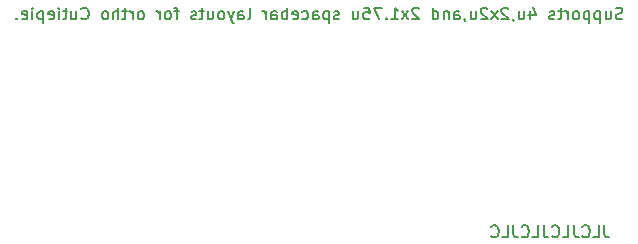
<source format=gbo>
%TF.GenerationSoftware,KiCad,Pcbnew,7.0.6*%
%TF.CreationDate,2023-10-08T00:22:19-04:00*%
%TF.ProjectId,ortho-fr4-plate,6f727468-6f2d-4667-9234-2d706c617465,rev?*%
%TF.SameCoordinates,Original*%
%TF.FileFunction,Legend,Bot*%
%TF.FilePolarity,Positive*%
%FSLAX46Y46*%
G04 Gerber Fmt 4.6, Leading zero omitted, Abs format (unit mm)*
G04 Created by KiCad (PCBNEW 7.0.6) date 2023-10-08 00:22:19*
%MOMM*%
%LPD*%
G01*
G04 APERTURE LIST*
%ADD10C,0.150000*%
G04 APERTURE END LIST*
D10*
X241074584Y-119123045D02*
X241074584Y-119837330D01*
X241074584Y-119837330D02*
X241122203Y-119980187D01*
X241122203Y-119980187D02*
X241217441Y-120075426D01*
X241217441Y-120075426D02*
X241360298Y-120123045D01*
X241360298Y-120123045D02*
X241455536Y-120123045D01*
X240122203Y-120123045D02*
X240598393Y-120123045D01*
X240598393Y-120123045D02*
X240598393Y-119123045D01*
X239217441Y-120027806D02*
X239265060Y-120075426D01*
X239265060Y-120075426D02*
X239407917Y-120123045D01*
X239407917Y-120123045D02*
X239503155Y-120123045D01*
X239503155Y-120123045D02*
X239646012Y-120075426D01*
X239646012Y-120075426D02*
X239741250Y-119980187D01*
X239741250Y-119980187D02*
X239788869Y-119884949D01*
X239788869Y-119884949D02*
X239836488Y-119694473D01*
X239836488Y-119694473D02*
X239836488Y-119551616D01*
X239836488Y-119551616D02*
X239788869Y-119361140D01*
X239788869Y-119361140D02*
X239741250Y-119265902D01*
X239741250Y-119265902D02*
X239646012Y-119170664D01*
X239646012Y-119170664D02*
X239503155Y-119123045D01*
X239503155Y-119123045D02*
X239407917Y-119123045D01*
X239407917Y-119123045D02*
X239265060Y-119170664D01*
X239265060Y-119170664D02*
X239217441Y-119218283D01*
X238503155Y-119123045D02*
X238503155Y-119837330D01*
X238503155Y-119837330D02*
X238550774Y-119980187D01*
X238550774Y-119980187D02*
X238646012Y-120075426D01*
X238646012Y-120075426D02*
X238788869Y-120123045D01*
X238788869Y-120123045D02*
X238884107Y-120123045D01*
X237550774Y-120123045D02*
X238026964Y-120123045D01*
X238026964Y-120123045D02*
X238026964Y-119123045D01*
X236646012Y-120027806D02*
X236693631Y-120075426D01*
X236693631Y-120075426D02*
X236836488Y-120123045D01*
X236836488Y-120123045D02*
X236931726Y-120123045D01*
X236931726Y-120123045D02*
X237074583Y-120075426D01*
X237074583Y-120075426D02*
X237169821Y-119980187D01*
X237169821Y-119980187D02*
X237217440Y-119884949D01*
X237217440Y-119884949D02*
X237265059Y-119694473D01*
X237265059Y-119694473D02*
X237265059Y-119551616D01*
X237265059Y-119551616D02*
X237217440Y-119361140D01*
X237217440Y-119361140D02*
X237169821Y-119265902D01*
X237169821Y-119265902D02*
X237074583Y-119170664D01*
X237074583Y-119170664D02*
X236931726Y-119123045D01*
X236931726Y-119123045D02*
X236836488Y-119123045D01*
X236836488Y-119123045D02*
X236693631Y-119170664D01*
X236693631Y-119170664D02*
X236646012Y-119218283D01*
X235931726Y-119123045D02*
X235931726Y-119837330D01*
X235931726Y-119837330D02*
X235979345Y-119980187D01*
X235979345Y-119980187D02*
X236074583Y-120075426D01*
X236074583Y-120075426D02*
X236217440Y-120123045D01*
X236217440Y-120123045D02*
X236312678Y-120123045D01*
X234979345Y-120123045D02*
X235455535Y-120123045D01*
X235455535Y-120123045D02*
X235455535Y-119123045D01*
X234074583Y-120027806D02*
X234122202Y-120075426D01*
X234122202Y-120075426D02*
X234265059Y-120123045D01*
X234265059Y-120123045D02*
X234360297Y-120123045D01*
X234360297Y-120123045D02*
X234503154Y-120075426D01*
X234503154Y-120075426D02*
X234598392Y-119980187D01*
X234598392Y-119980187D02*
X234646011Y-119884949D01*
X234646011Y-119884949D02*
X234693630Y-119694473D01*
X234693630Y-119694473D02*
X234693630Y-119551616D01*
X234693630Y-119551616D02*
X234646011Y-119361140D01*
X234646011Y-119361140D02*
X234598392Y-119265902D01*
X234598392Y-119265902D02*
X234503154Y-119170664D01*
X234503154Y-119170664D02*
X234360297Y-119123045D01*
X234360297Y-119123045D02*
X234265059Y-119123045D01*
X234265059Y-119123045D02*
X234122202Y-119170664D01*
X234122202Y-119170664D02*
X234074583Y-119218283D01*
X233360297Y-119123045D02*
X233360297Y-119837330D01*
X233360297Y-119837330D02*
X233407916Y-119980187D01*
X233407916Y-119980187D02*
X233503154Y-120075426D01*
X233503154Y-120075426D02*
X233646011Y-120123045D01*
X233646011Y-120123045D02*
X233741249Y-120123045D01*
X232407916Y-120123045D02*
X232884106Y-120123045D01*
X232884106Y-120123045D02*
X232884106Y-119123045D01*
X231503154Y-120027806D02*
X231550773Y-120075426D01*
X231550773Y-120075426D02*
X231693630Y-120123045D01*
X231693630Y-120123045D02*
X231788868Y-120123045D01*
X231788868Y-120123045D02*
X231931725Y-120075426D01*
X231931725Y-120075426D02*
X232026963Y-119980187D01*
X232026963Y-119980187D02*
X232074582Y-119884949D01*
X232074582Y-119884949D02*
X232122201Y-119694473D01*
X232122201Y-119694473D02*
X232122201Y-119551616D01*
X232122201Y-119551616D02*
X232074582Y-119361140D01*
X232074582Y-119361140D02*
X232026963Y-119265902D01*
X232026963Y-119265902D02*
X231931725Y-119170664D01*
X231931725Y-119170664D02*
X231788868Y-119123045D01*
X231788868Y-119123045D02*
X231693630Y-119123045D01*
X231693630Y-119123045D02*
X231550773Y-119170664D01*
X231550773Y-119170664D02*
X231503154Y-119218283D01*
X242598543Y-101620723D02*
X242455686Y-101668342D01*
X242455686Y-101668342D02*
X242217591Y-101668342D01*
X242217591Y-101668342D02*
X242122353Y-101620723D01*
X242122353Y-101620723D02*
X242074734Y-101573103D01*
X242074734Y-101573103D02*
X242027115Y-101477865D01*
X242027115Y-101477865D02*
X242027115Y-101382627D01*
X242027115Y-101382627D02*
X242074734Y-101287389D01*
X242074734Y-101287389D02*
X242122353Y-101239770D01*
X242122353Y-101239770D02*
X242217591Y-101192151D01*
X242217591Y-101192151D02*
X242408067Y-101144532D01*
X242408067Y-101144532D02*
X242503305Y-101096913D01*
X242503305Y-101096913D02*
X242550924Y-101049294D01*
X242550924Y-101049294D02*
X242598543Y-100954056D01*
X242598543Y-100954056D02*
X242598543Y-100858818D01*
X242598543Y-100858818D02*
X242550924Y-100763580D01*
X242550924Y-100763580D02*
X242503305Y-100715961D01*
X242503305Y-100715961D02*
X242408067Y-100668342D01*
X242408067Y-100668342D02*
X242169972Y-100668342D01*
X242169972Y-100668342D02*
X242027115Y-100715961D01*
X241169972Y-101001675D02*
X241169972Y-101668342D01*
X241598543Y-101001675D02*
X241598543Y-101525484D01*
X241598543Y-101525484D02*
X241550924Y-101620723D01*
X241550924Y-101620723D02*
X241455686Y-101668342D01*
X241455686Y-101668342D02*
X241312829Y-101668342D01*
X241312829Y-101668342D02*
X241217591Y-101620723D01*
X241217591Y-101620723D02*
X241169972Y-101573103D01*
X240693781Y-101001675D02*
X240693781Y-102001675D01*
X240693781Y-101049294D02*
X240598543Y-101001675D01*
X240598543Y-101001675D02*
X240408067Y-101001675D01*
X240408067Y-101001675D02*
X240312829Y-101049294D01*
X240312829Y-101049294D02*
X240265210Y-101096913D01*
X240265210Y-101096913D02*
X240217591Y-101192151D01*
X240217591Y-101192151D02*
X240217591Y-101477865D01*
X240217591Y-101477865D02*
X240265210Y-101573103D01*
X240265210Y-101573103D02*
X240312829Y-101620723D01*
X240312829Y-101620723D02*
X240408067Y-101668342D01*
X240408067Y-101668342D02*
X240598543Y-101668342D01*
X240598543Y-101668342D02*
X240693781Y-101620723D01*
X239789019Y-101001675D02*
X239789019Y-102001675D01*
X239789019Y-101049294D02*
X239693781Y-101001675D01*
X239693781Y-101001675D02*
X239503305Y-101001675D01*
X239503305Y-101001675D02*
X239408067Y-101049294D01*
X239408067Y-101049294D02*
X239360448Y-101096913D01*
X239360448Y-101096913D02*
X239312829Y-101192151D01*
X239312829Y-101192151D02*
X239312829Y-101477865D01*
X239312829Y-101477865D02*
X239360448Y-101573103D01*
X239360448Y-101573103D02*
X239408067Y-101620723D01*
X239408067Y-101620723D02*
X239503305Y-101668342D01*
X239503305Y-101668342D02*
X239693781Y-101668342D01*
X239693781Y-101668342D02*
X239789019Y-101620723D01*
X238741400Y-101668342D02*
X238836638Y-101620723D01*
X238836638Y-101620723D02*
X238884257Y-101573103D01*
X238884257Y-101573103D02*
X238931876Y-101477865D01*
X238931876Y-101477865D02*
X238931876Y-101192151D01*
X238931876Y-101192151D02*
X238884257Y-101096913D01*
X238884257Y-101096913D02*
X238836638Y-101049294D01*
X238836638Y-101049294D02*
X238741400Y-101001675D01*
X238741400Y-101001675D02*
X238598543Y-101001675D01*
X238598543Y-101001675D02*
X238503305Y-101049294D01*
X238503305Y-101049294D02*
X238455686Y-101096913D01*
X238455686Y-101096913D02*
X238408067Y-101192151D01*
X238408067Y-101192151D02*
X238408067Y-101477865D01*
X238408067Y-101477865D02*
X238455686Y-101573103D01*
X238455686Y-101573103D02*
X238503305Y-101620723D01*
X238503305Y-101620723D02*
X238598543Y-101668342D01*
X238598543Y-101668342D02*
X238741400Y-101668342D01*
X237979495Y-101668342D02*
X237979495Y-101001675D01*
X237979495Y-101192151D02*
X237931876Y-101096913D01*
X237931876Y-101096913D02*
X237884257Y-101049294D01*
X237884257Y-101049294D02*
X237789019Y-101001675D01*
X237789019Y-101001675D02*
X237693781Y-101001675D01*
X237503304Y-101001675D02*
X237122352Y-101001675D01*
X237360447Y-100668342D02*
X237360447Y-101525484D01*
X237360447Y-101525484D02*
X237312828Y-101620723D01*
X237312828Y-101620723D02*
X237217590Y-101668342D01*
X237217590Y-101668342D02*
X237122352Y-101668342D01*
X236836637Y-101620723D02*
X236741399Y-101668342D01*
X236741399Y-101668342D02*
X236550923Y-101668342D01*
X236550923Y-101668342D02*
X236455685Y-101620723D01*
X236455685Y-101620723D02*
X236408066Y-101525484D01*
X236408066Y-101525484D02*
X236408066Y-101477865D01*
X236408066Y-101477865D02*
X236455685Y-101382627D01*
X236455685Y-101382627D02*
X236550923Y-101335008D01*
X236550923Y-101335008D02*
X236693780Y-101335008D01*
X236693780Y-101335008D02*
X236789018Y-101287389D01*
X236789018Y-101287389D02*
X236836637Y-101192151D01*
X236836637Y-101192151D02*
X236836637Y-101144532D01*
X236836637Y-101144532D02*
X236789018Y-101049294D01*
X236789018Y-101049294D02*
X236693780Y-101001675D01*
X236693780Y-101001675D02*
X236550923Y-101001675D01*
X236550923Y-101001675D02*
X236455685Y-101049294D01*
X234789018Y-101001675D02*
X234789018Y-101668342D01*
X235027113Y-100620723D02*
X235265208Y-101335008D01*
X235265208Y-101335008D02*
X234646161Y-101335008D01*
X233836637Y-101001675D02*
X233836637Y-101668342D01*
X234265208Y-101001675D02*
X234265208Y-101525484D01*
X234265208Y-101525484D02*
X234217589Y-101620723D01*
X234217589Y-101620723D02*
X234122351Y-101668342D01*
X234122351Y-101668342D02*
X233979494Y-101668342D01*
X233979494Y-101668342D02*
X233884256Y-101620723D01*
X233884256Y-101620723D02*
X233836637Y-101573103D01*
X233312827Y-101620723D02*
X233312827Y-101668342D01*
X233312827Y-101668342D02*
X233360446Y-101763580D01*
X233360446Y-101763580D02*
X233408065Y-101811199D01*
X232931875Y-100763580D02*
X232884256Y-100715961D01*
X232884256Y-100715961D02*
X232789018Y-100668342D01*
X232789018Y-100668342D02*
X232550923Y-100668342D01*
X232550923Y-100668342D02*
X232455685Y-100715961D01*
X232455685Y-100715961D02*
X232408066Y-100763580D01*
X232408066Y-100763580D02*
X232360447Y-100858818D01*
X232360447Y-100858818D02*
X232360447Y-100954056D01*
X232360447Y-100954056D02*
X232408066Y-101096913D01*
X232408066Y-101096913D02*
X232979494Y-101668342D01*
X232979494Y-101668342D02*
X232360447Y-101668342D01*
X232027113Y-101668342D02*
X231503304Y-101001675D01*
X232027113Y-101001675D02*
X231503304Y-101668342D01*
X231169970Y-100763580D02*
X231122351Y-100715961D01*
X231122351Y-100715961D02*
X231027113Y-100668342D01*
X231027113Y-100668342D02*
X230789018Y-100668342D01*
X230789018Y-100668342D02*
X230693780Y-100715961D01*
X230693780Y-100715961D02*
X230646161Y-100763580D01*
X230646161Y-100763580D02*
X230598542Y-100858818D01*
X230598542Y-100858818D02*
X230598542Y-100954056D01*
X230598542Y-100954056D02*
X230646161Y-101096913D01*
X230646161Y-101096913D02*
X231217589Y-101668342D01*
X231217589Y-101668342D02*
X230598542Y-101668342D01*
X229741399Y-101001675D02*
X229741399Y-101668342D01*
X230169970Y-101001675D02*
X230169970Y-101525484D01*
X230169970Y-101525484D02*
X230122351Y-101620723D01*
X230122351Y-101620723D02*
X230027113Y-101668342D01*
X230027113Y-101668342D02*
X229884256Y-101668342D01*
X229884256Y-101668342D02*
X229789018Y-101620723D01*
X229789018Y-101620723D02*
X229741399Y-101573103D01*
X229217589Y-101620723D02*
X229217589Y-101668342D01*
X229217589Y-101668342D02*
X229265208Y-101763580D01*
X229265208Y-101763580D02*
X229312827Y-101811199D01*
X228360447Y-101668342D02*
X228360447Y-101144532D01*
X228360447Y-101144532D02*
X228408066Y-101049294D01*
X228408066Y-101049294D02*
X228503304Y-101001675D01*
X228503304Y-101001675D02*
X228693780Y-101001675D01*
X228693780Y-101001675D02*
X228789018Y-101049294D01*
X228360447Y-101620723D02*
X228455685Y-101668342D01*
X228455685Y-101668342D02*
X228693780Y-101668342D01*
X228693780Y-101668342D02*
X228789018Y-101620723D01*
X228789018Y-101620723D02*
X228836637Y-101525484D01*
X228836637Y-101525484D02*
X228836637Y-101430246D01*
X228836637Y-101430246D02*
X228789018Y-101335008D01*
X228789018Y-101335008D02*
X228693780Y-101287389D01*
X228693780Y-101287389D02*
X228455685Y-101287389D01*
X228455685Y-101287389D02*
X228360447Y-101239770D01*
X227884256Y-101001675D02*
X227884256Y-101668342D01*
X227884256Y-101096913D02*
X227836637Y-101049294D01*
X227836637Y-101049294D02*
X227741399Y-101001675D01*
X227741399Y-101001675D02*
X227598542Y-101001675D01*
X227598542Y-101001675D02*
X227503304Y-101049294D01*
X227503304Y-101049294D02*
X227455685Y-101144532D01*
X227455685Y-101144532D02*
X227455685Y-101668342D01*
X226550923Y-101668342D02*
X226550923Y-100668342D01*
X226550923Y-101620723D02*
X226646161Y-101668342D01*
X226646161Y-101668342D02*
X226836637Y-101668342D01*
X226836637Y-101668342D02*
X226931875Y-101620723D01*
X226931875Y-101620723D02*
X226979494Y-101573103D01*
X226979494Y-101573103D02*
X227027113Y-101477865D01*
X227027113Y-101477865D02*
X227027113Y-101192151D01*
X227027113Y-101192151D02*
X226979494Y-101096913D01*
X226979494Y-101096913D02*
X226931875Y-101049294D01*
X226931875Y-101049294D02*
X226836637Y-101001675D01*
X226836637Y-101001675D02*
X226646161Y-101001675D01*
X226646161Y-101001675D02*
X226550923Y-101049294D01*
X225360446Y-100763580D02*
X225312827Y-100715961D01*
X225312827Y-100715961D02*
X225217589Y-100668342D01*
X225217589Y-100668342D02*
X224979494Y-100668342D01*
X224979494Y-100668342D02*
X224884256Y-100715961D01*
X224884256Y-100715961D02*
X224836637Y-100763580D01*
X224836637Y-100763580D02*
X224789018Y-100858818D01*
X224789018Y-100858818D02*
X224789018Y-100954056D01*
X224789018Y-100954056D02*
X224836637Y-101096913D01*
X224836637Y-101096913D02*
X225408065Y-101668342D01*
X225408065Y-101668342D02*
X224789018Y-101668342D01*
X224455684Y-101668342D02*
X223931875Y-101001675D01*
X224455684Y-101001675D02*
X223931875Y-101668342D01*
X223027113Y-101668342D02*
X223598541Y-101668342D01*
X223312827Y-101668342D02*
X223312827Y-100668342D01*
X223312827Y-100668342D02*
X223408065Y-100811199D01*
X223408065Y-100811199D02*
X223503303Y-100906437D01*
X223503303Y-100906437D02*
X223598541Y-100954056D01*
X222598541Y-101573103D02*
X222550922Y-101620723D01*
X222550922Y-101620723D02*
X222598541Y-101668342D01*
X222598541Y-101668342D02*
X222646160Y-101620723D01*
X222646160Y-101620723D02*
X222598541Y-101573103D01*
X222598541Y-101573103D02*
X222598541Y-101668342D01*
X222217589Y-100668342D02*
X221550923Y-100668342D01*
X221550923Y-100668342D02*
X221979494Y-101668342D01*
X220693780Y-100668342D02*
X221169970Y-100668342D01*
X221169970Y-100668342D02*
X221217589Y-101144532D01*
X221217589Y-101144532D02*
X221169970Y-101096913D01*
X221169970Y-101096913D02*
X221074732Y-101049294D01*
X221074732Y-101049294D02*
X220836637Y-101049294D01*
X220836637Y-101049294D02*
X220741399Y-101096913D01*
X220741399Y-101096913D02*
X220693780Y-101144532D01*
X220693780Y-101144532D02*
X220646161Y-101239770D01*
X220646161Y-101239770D02*
X220646161Y-101477865D01*
X220646161Y-101477865D02*
X220693780Y-101573103D01*
X220693780Y-101573103D02*
X220741399Y-101620723D01*
X220741399Y-101620723D02*
X220836637Y-101668342D01*
X220836637Y-101668342D02*
X221074732Y-101668342D01*
X221074732Y-101668342D02*
X221169970Y-101620723D01*
X221169970Y-101620723D02*
X221217589Y-101573103D01*
X219789018Y-101001675D02*
X219789018Y-101668342D01*
X220217589Y-101001675D02*
X220217589Y-101525484D01*
X220217589Y-101525484D02*
X220169970Y-101620723D01*
X220169970Y-101620723D02*
X220074732Y-101668342D01*
X220074732Y-101668342D02*
X219931875Y-101668342D01*
X219931875Y-101668342D02*
X219836637Y-101620723D01*
X219836637Y-101620723D02*
X219789018Y-101573103D01*
X218598541Y-101620723D02*
X218503303Y-101668342D01*
X218503303Y-101668342D02*
X218312827Y-101668342D01*
X218312827Y-101668342D02*
X218217589Y-101620723D01*
X218217589Y-101620723D02*
X218169970Y-101525484D01*
X218169970Y-101525484D02*
X218169970Y-101477865D01*
X218169970Y-101477865D02*
X218217589Y-101382627D01*
X218217589Y-101382627D02*
X218312827Y-101335008D01*
X218312827Y-101335008D02*
X218455684Y-101335008D01*
X218455684Y-101335008D02*
X218550922Y-101287389D01*
X218550922Y-101287389D02*
X218598541Y-101192151D01*
X218598541Y-101192151D02*
X218598541Y-101144532D01*
X218598541Y-101144532D02*
X218550922Y-101049294D01*
X218550922Y-101049294D02*
X218455684Y-101001675D01*
X218455684Y-101001675D02*
X218312827Y-101001675D01*
X218312827Y-101001675D02*
X218217589Y-101049294D01*
X217741398Y-101001675D02*
X217741398Y-102001675D01*
X217741398Y-101049294D02*
X217646160Y-101001675D01*
X217646160Y-101001675D02*
X217455684Y-101001675D01*
X217455684Y-101001675D02*
X217360446Y-101049294D01*
X217360446Y-101049294D02*
X217312827Y-101096913D01*
X217312827Y-101096913D02*
X217265208Y-101192151D01*
X217265208Y-101192151D02*
X217265208Y-101477865D01*
X217265208Y-101477865D02*
X217312827Y-101573103D01*
X217312827Y-101573103D02*
X217360446Y-101620723D01*
X217360446Y-101620723D02*
X217455684Y-101668342D01*
X217455684Y-101668342D02*
X217646160Y-101668342D01*
X217646160Y-101668342D02*
X217741398Y-101620723D01*
X216408065Y-101668342D02*
X216408065Y-101144532D01*
X216408065Y-101144532D02*
X216455684Y-101049294D01*
X216455684Y-101049294D02*
X216550922Y-101001675D01*
X216550922Y-101001675D02*
X216741398Y-101001675D01*
X216741398Y-101001675D02*
X216836636Y-101049294D01*
X216408065Y-101620723D02*
X216503303Y-101668342D01*
X216503303Y-101668342D02*
X216741398Y-101668342D01*
X216741398Y-101668342D02*
X216836636Y-101620723D01*
X216836636Y-101620723D02*
X216884255Y-101525484D01*
X216884255Y-101525484D02*
X216884255Y-101430246D01*
X216884255Y-101430246D02*
X216836636Y-101335008D01*
X216836636Y-101335008D02*
X216741398Y-101287389D01*
X216741398Y-101287389D02*
X216503303Y-101287389D01*
X216503303Y-101287389D02*
X216408065Y-101239770D01*
X215503303Y-101620723D02*
X215598541Y-101668342D01*
X215598541Y-101668342D02*
X215789017Y-101668342D01*
X215789017Y-101668342D02*
X215884255Y-101620723D01*
X215884255Y-101620723D02*
X215931874Y-101573103D01*
X215931874Y-101573103D02*
X215979493Y-101477865D01*
X215979493Y-101477865D02*
X215979493Y-101192151D01*
X215979493Y-101192151D02*
X215931874Y-101096913D01*
X215931874Y-101096913D02*
X215884255Y-101049294D01*
X215884255Y-101049294D02*
X215789017Y-101001675D01*
X215789017Y-101001675D02*
X215598541Y-101001675D01*
X215598541Y-101001675D02*
X215503303Y-101049294D01*
X214693779Y-101620723D02*
X214789017Y-101668342D01*
X214789017Y-101668342D02*
X214979493Y-101668342D01*
X214979493Y-101668342D02*
X215074731Y-101620723D01*
X215074731Y-101620723D02*
X215122350Y-101525484D01*
X215122350Y-101525484D02*
X215122350Y-101144532D01*
X215122350Y-101144532D02*
X215074731Y-101049294D01*
X215074731Y-101049294D02*
X214979493Y-101001675D01*
X214979493Y-101001675D02*
X214789017Y-101001675D01*
X214789017Y-101001675D02*
X214693779Y-101049294D01*
X214693779Y-101049294D02*
X214646160Y-101144532D01*
X214646160Y-101144532D02*
X214646160Y-101239770D01*
X214646160Y-101239770D02*
X215122350Y-101335008D01*
X214217588Y-101668342D02*
X214217588Y-100668342D01*
X214217588Y-101049294D02*
X214122350Y-101001675D01*
X214122350Y-101001675D02*
X213931874Y-101001675D01*
X213931874Y-101001675D02*
X213836636Y-101049294D01*
X213836636Y-101049294D02*
X213789017Y-101096913D01*
X213789017Y-101096913D02*
X213741398Y-101192151D01*
X213741398Y-101192151D02*
X213741398Y-101477865D01*
X213741398Y-101477865D02*
X213789017Y-101573103D01*
X213789017Y-101573103D02*
X213836636Y-101620723D01*
X213836636Y-101620723D02*
X213931874Y-101668342D01*
X213931874Y-101668342D02*
X214122350Y-101668342D01*
X214122350Y-101668342D02*
X214217588Y-101620723D01*
X212884255Y-101668342D02*
X212884255Y-101144532D01*
X212884255Y-101144532D02*
X212931874Y-101049294D01*
X212931874Y-101049294D02*
X213027112Y-101001675D01*
X213027112Y-101001675D02*
X213217588Y-101001675D01*
X213217588Y-101001675D02*
X213312826Y-101049294D01*
X212884255Y-101620723D02*
X212979493Y-101668342D01*
X212979493Y-101668342D02*
X213217588Y-101668342D01*
X213217588Y-101668342D02*
X213312826Y-101620723D01*
X213312826Y-101620723D02*
X213360445Y-101525484D01*
X213360445Y-101525484D02*
X213360445Y-101430246D01*
X213360445Y-101430246D02*
X213312826Y-101335008D01*
X213312826Y-101335008D02*
X213217588Y-101287389D01*
X213217588Y-101287389D02*
X212979493Y-101287389D01*
X212979493Y-101287389D02*
X212884255Y-101239770D01*
X212408064Y-101668342D02*
X212408064Y-101001675D01*
X212408064Y-101192151D02*
X212360445Y-101096913D01*
X212360445Y-101096913D02*
X212312826Y-101049294D01*
X212312826Y-101049294D02*
X212217588Y-101001675D01*
X212217588Y-101001675D02*
X212122350Y-101001675D01*
X210884254Y-101668342D02*
X210979492Y-101620723D01*
X210979492Y-101620723D02*
X211027111Y-101525484D01*
X211027111Y-101525484D02*
X211027111Y-100668342D01*
X210074730Y-101668342D02*
X210074730Y-101144532D01*
X210074730Y-101144532D02*
X210122349Y-101049294D01*
X210122349Y-101049294D02*
X210217587Y-101001675D01*
X210217587Y-101001675D02*
X210408063Y-101001675D01*
X210408063Y-101001675D02*
X210503301Y-101049294D01*
X210074730Y-101620723D02*
X210169968Y-101668342D01*
X210169968Y-101668342D02*
X210408063Y-101668342D01*
X210408063Y-101668342D02*
X210503301Y-101620723D01*
X210503301Y-101620723D02*
X210550920Y-101525484D01*
X210550920Y-101525484D02*
X210550920Y-101430246D01*
X210550920Y-101430246D02*
X210503301Y-101335008D01*
X210503301Y-101335008D02*
X210408063Y-101287389D01*
X210408063Y-101287389D02*
X210169968Y-101287389D01*
X210169968Y-101287389D02*
X210074730Y-101239770D01*
X209693777Y-101001675D02*
X209455682Y-101668342D01*
X209217587Y-101001675D02*
X209455682Y-101668342D01*
X209455682Y-101668342D02*
X209550920Y-101906437D01*
X209550920Y-101906437D02*
X209598539Y-101954056D01*
X209598539Y-101954056D02*
X209693777Y-102001675D01*
X208693777Y-101668342D02*
X208789015Y-101620723D01*
X208789015Y-101620723D02*
X208836634Y-101573103D01*
X208836634Y-101573103D02*
X208884253Y-101477865D01*
X208884253Y-101477865D02*
X208884253Y-101192151D01*
X208884253Y-101192151D02*
X208836634Y-101096913D01*
X208836634Y-101096913D02*
X208789015Y-101049294D01*
X208789015Y-101049294D02*
X208693777Y-101001675D01*
X208693777Y-101001675D02*
X208550920Y-101001675D01*
X208550920Y-101001675D02*
X208455682Y-101049294D01*
X208455682Y-101049294D02*
X208408063Y-101096913D01*
X208408063Y-101096913D02*
X208360444Y-101192151D01*
X208360444Y-101192151D02*
X208360444Y-101477865D01*
X208360444Y-101477865D02*
X208408063Y-101573103D01*
X208408063Y-101573103D02*
X208455682Y-101620723D01*
X208455682Y-101620723D02*
X208550920Y-101668342D01*
X208550920Y-101668342D02*
X208693777Y-101668342D01*
X207503301Y-101001675D02*
X207503301Y-101668342D01*
X207931872Y-101001675D02*
X207931872Y-101525484D01*
X207931872Y-101525484D02*
X207884253Y-101620723D01*
X207884253Y-101620723D02*
X207789015Y-101668342D01*
X207789015Y-101668342D02*
X207646158Y-101668342D01*
X207646158Y-101668342D02*
X207550920Y-101620723D01*
X207550920Y-101620723D02*
X207503301Y-101573103D01*
X207169967Y-101001675D02*
X206789015Y-101001675D01*
X207027110Y-100668342D02*
X207027110Y-101525484D01*
X207027110Y-101525484D02*
X206979491Y-101620723D01*
X206979491Y-101620723D02*
X206884253Y-101668342D01*
X206884253Y-101668342D02*
X206789015Y-101668342D01*
X206503300Y-101620723D02*
X206408062Y-101668342D01*
X206408062Y-101668342D02*
X206217586Y-101668342D01*
X206217586Y-101668342D02*
X206122348Y-101620723D01*
X206122348Y-101620723D02*
X206074729Y-101525484D01*
X206074729Y-101525484D02*
X206074729Y-101477865D01*
X206074729Y-101477865D02*
X206122348Y-101382627D01*
X206122348Y-101382627D02*
X206217586Y-101335008D01*
X206217586Y-101335008D02*
X206360443Y-101335008D01*
X206360443Y-101335008D02*
X206455681Y-101287389D01*
X206455681Y-101287389D02*
X206503300Y-101192151D01*
X206503300Y-101192151D02*
X206503300Y-101144532D01*
X206503300Y-101144532D02*
X206455681Y-101049294D01*
X206455681Y-101049294D02*
X206360443Y-101001675D01*
X206360443Y-101001675D02*
X206217586Y-101001675D01*
X206217586Y-101001675D02*
X206122348Y-101049294D01*
X205027109Y-101001675D02*
X204646157Y-101001675D01*
X204884252Y-101668342D02*
X204884252Y-100811199D01*
X204884252Y-100811199D02*
X204836633Y-100715961D01*
X204836633Y-100715961D02*
X204741395Y-100668342D01*
X204741395Y-100668342D02*
X204646157Y-100668342D01*
X204169966Y-101668342D02*
X204265204Y-101620723D01*
X204265204Y-101620723D02*
X204312823Y-101573103D01*
X204312823Y-101573103D02*
X204360442Y-101477865D01*
X204360442Y-101477865D02*
X204360442Y-101192151D01*
X204360442Y-101192151D02*
X204312823Y-101096913D01*
X204312823Y-101096913D02*
X204265204Y-101049294D01*
X204265204Y-101049294D02*
X204169966Y-101001675D01*
X204169966Y-101001675D02*
X204027109Y-101001675D01*
X204027109Y-101001675D02*
X203931871Y-101049294D01*
X203931871Y-101049294D02*
X203884252Y-101096913D01*
X203884252Y-101096913D02*
X203836633Y-101192151D01*
X203836633Y-101192151D02*
X203836633Y-101477865D01*
X203836633Y-101477865D02*
X203884252Y-101573103D01*
X203884252Y-101573103D02*
X203931871Y-101620723D01*
X203931871Y-101620723D02*
X204027109Y-101668342D01*
X204027109Y-101668342D02*
X204169966Y-101668342D01*
X203408061Y-101668342D02*
X203408061Y-101001675D01*
X203408061Y-101192151D02*
X203360442Y-101096913D01*
X203360442Y-101096913D02*
X203312823Y-101049294D01*
X203312823Y-101049294D02*
X203217585Y-101001675D01*
X203217585Y-101001675D02*
X203122347Y-101001675D01*
X201884251Y-101668342D02*
X201979489Y-101620723D01*
X201979489Y-101620723D02*
X202027108Y-101573103D01*
X202027108Y-101573103D02*
X202074727Y-101477865D01*
X202074727Y-101477865D02*
X202074727Y-101192151D01*
X202074727Y-101192151D02*
X202027108Y-101096913D01*
X202027108Y-101096913D02*
X201979489Y-101049294D01*
X201979489Y-101049294D02*
X201884251Y-101001675D01*
X201884251Y-101001675D02*
X201741394Y-101001675D01*
X201741394Y-101001675D02*
X201646156Y-101049294D01*
X201646156Y-101049294D02*
X201598537Y-101096913D01*
X201598537Y-101096913D02*
X201550918Y-101192151D01*
X201550918Y-101192151D02*
X201550918Y-101477865D01*
X201550918Y-101477865D02*
X201598537Y-101573103D01*
X201598537Y-101573103D02*
X201646156Y-101620723D01*
X201646156Y-101620723D02*
X201741394Y-101668342D01*
X201741394Y-101668342D02*
X201884251Y-101668342D01*
X201122346Y-101668342D02*
X201122346Y-101001675D01*
X201122346Y-101192151D02*
X201074727Y-101096913D01*
X201074727Y-101096913D02*
X201027108Y-101049294D01*
X201027108Y-101049294D02*
X200931870Y-101001675D01*
X200931870Y-101001675D02*
X200836632Y-101001675D01*
X200646155Y-101001675D02*
X200265203Y-101001675D01*
X200503298Y-100668342D02*
X200503298Y-101525484D01*
X200503298Y-101525484D02*
X200455679Y-101620723D01*
X200455679Y-101620723D02*
X200360441Y-101668342D01*
X200360441Y-101668342D02*
X200265203Y-101668342D01*
X199931869Y-101668342D02*
X199931869Y-100668342D01*
X199503298Y-101668342D02*
X199503298Y-101144532D01*
X199503298Y-101144532D02*
X199550917Y-101049294D01*
X199550917Y-101049294D02*
X199646155Y-101001675D01*
X199646155Y-101001675D02*
X199789012Y-101001675D01*
X199789012Y-101001675D02*
X199884250Y-101049294D01*
X199884250Y-101049294D02*
X199931869Y-101096913D01*
X198884250Y-101668342D02*
X198979488Y-101620723D01*
X198979488Y-101620723D02*
X199027107Y-101573103D01*
X199027107Y-101573103D02*
X199074726Y-101477865D01*
X199074726Y-101477865D02*
X199074726Y-101192151D01*
X199074726Y-101192151D02*
X199027107Y-101096913D01*
X199027107Y-101096913D02*
X198979488Y-101049294D01*
X198979488Y-101049294D02*
X198884250Y-101001675D01*
X198884250Y-101001675D02*
X198741393Y-101001675D01*
X198741393Y-101001675D02*
X198646155Y-101049294D01*
X198646155Y-101049294D02*
X198598536Y-101096913D01*
X198598536Y-101096913D02*
X198550917Y-101192151D01*
X198550917Y-101192151D02*
X198550917Y-101477865D01*
X198550917Y-101477865D02*
X198598536Y-101573103D01*
X198598536Y-101573103D02*
X198646155Y-101620723D01*
X198646155Y-101620723D02*
X198741393Y-101668342D01*
X198741393Y-101668342D02*
X198884250Y-101668342D01*
X196789012Y-101573103D02*
X196836631Y-101620723D01*
X196836631Y-101620723D02*
X196979488Y-101668342D01*
X196979488Y-101668342D02*
X197074726Y-101668342D01*
X197074726Y-101668342D02*
X197217583Y-101620723D01*
X197217583Y-101620723D02*
X197312821Y-101525484D01*
X197312821Y-101525484D02*
X197360440Y-101430246D01*
X197360440Y-101430246D02*
X197408059Y-101239770D01*
X197408059Y-101239770D02*
X197408059Y-101096913D01*
X197408059Y-101096913D02*
X197360440Y-100906437D01*
X197360440Y-100906437D02*
X197312821Y-100811199D01*
X197312821Y-100811199D02*
X197217583Y-100715961D01*
X197217583Y-100715961D02*
X197074726Y-100668342D01*
X197074726Y-100668342D02*
X196979488Y-100668342D01*
X196979488Y-100668342D02*
X196836631Y-100715961D01*
X196836631Y-100715961D02*
X196789012Y-100763580D01*
X195931869Y-101001675D02*
X195931869Y-101668342D01*
X196360440Y-101001675D02*
X196360440Y-101525484D01*
X196360440Y-101525484D02*
X196312821Y-101620723D01*
X196312821Y-101620723D02*
X196217583Y-101668342D01*
X196217583Y-101668342D02*
X196074726Y-101668342D01*
X196074726Y-101668342D02*
X195979488Y-101620723D01*
X195979488Y-101620723D02*
X195931869Y-101573103D01*
X195598535Y-101001675D02*
X195217583Y-101001675D01*
X195455678Y-100668342D02*
X195455678Y-101525484D01*
X195455678Y-101525484D02*
X195408059Y-101620723D01*
X195408059Y-101620723D02*
X195312821Y-101668342D01*
X195312821Y-101668342D02*
X195217583Y-101668342D01*
X194884249Y-101668342D02*
X194884249Y-101001675D01*
X194884249Y-100668342D02*
X194931868Y-100715961D01*
X194931868Y-100715961D02*
X194884249Y-100763580D01*
X194884249Y-100763580D02*
X194836630Y-100715961D01*
X194836630Y-100715961D02*
X194884249Y-100668342D01*
X194884249Y-100668342D02*
X194884249Y-100763580D01*
X194027107Y-101620723D02*
X194122345Y-101668342D01*
X194122345Y-101668342D02*
X194312821Y-101668342D01*
X194312821Y-101668342D02*
X194408059Y-101620723D01*
X194408059Y-101620723D02*
X194455678Y-101525484D01*
X194455678Y-101525484D02*
X194455678Y-101144532D01*
X194455678Y-101144532D02*
X194408059Y-101049294D01*
X194408059Y-101049294D02*
X194312821Y-101001675D01*
X194312821Y-101001675D02*
X194122345Y-101001675D01*
X194122345Y-101001675D02*
X194027107Y-101049294D01*
X194027107Y-101049294D02*
X193979488Y-101144532D01*
X193979488Y-101144532D02*
X193979488Y-101239770D01*
X193979488Y-101239770D02*
X194455678Y-101335008D01*
X193550916Y-101001675D02*
X193550916Y-102001675D01*
X193550916Y-101049294D02*
X193455678Y-101001675D01*
X193455678Y-101001675D02*
X193265202Y-101001675D01*
X193265202Y-101001675D02*
X193169964Y-101049294D01*
X193169964Y-101049294D02*
X193122345Y-101096913D01*
X193122345Y-101096913D02*
X193074726Y-101192151D01*
X193074726Y-101192151D02*
X193074726Y-101477865D01*
X193074726Y-101477865D02*
X193122345Y-101573103D01*
X193122345Y-101573103D02*
X193169964Y-101620723D01*
X193169964Y-101620723D02*
X193265202Y-101668342D01*
X193265202Y-101668342D02*
X193455678Y-101668342D01*
X193455678Y-101668342D02*
X193550916Y-101620723D01*
X192646154Y-101668342D02*
X192646154Y-101001675D01*
X192646154Y-100668342D02*
X192693773Y-100715961D01*
X192693773Y-100715961D02*
X192646154Y-100763580D01*
X192646154Y-100763580D02*
X192598535Y-100715961D01*
X192598535Y-100715961D02*
X192646154Y-100668342D01*
X192646154Y-100668342D02*
X192646154Y-100763580D01*
X191789012Y-101620723D02*
X191884250Y-101668342D01*
X191884250Y-101668342D02*
X192074726Y-101668342D01*
X192074726Y-101668342D02*
X192169964Y-101620723D01*
X192169964Y-101620723D02*
X192217583Y-101525484D01*
X192217583Y-101525484D02*
X192217583Y-101144532D01*
X192217583Y-101144532D02*
X192169964Y-101049294D01*
X192169964Y-101049294D02*
X192074726Y-101001675D01*
X192074726Y-101001675D02*
X191884250Y-101001675D01*
X191884250Y-101001675D02*
X191789012Y-101049294D01*
X191789012Y-101049294D02*
X191741393Y-101144532D01*
X191741393Y-101144532D02*
X191741393Y-101239770D01*
X191741393Y-101239770D02*
X192217583Y-101335008D01*
X191312821Y-101573103D02*
X191265202Y-101620723D01*
X191265202Y-101620723D02*
X191312821Y-101668342D01*
X191312821Y-101668342D02*
X191360440Y-101620723D01*
X191360440Y-101620723D02*
X191312821Y-101573103D01*
X191312821Y-101573103D02*
X191312821Y-101668342D01*
M02*

</source>
